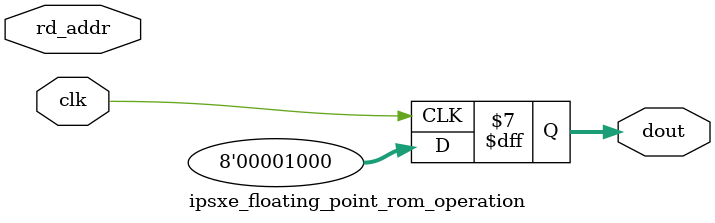
<source format=v>
module ipsxe_floating_point_rom_operation (
    input clk,
    input [3:0] rd_addr,
    output reg [7:0] dout
);

always @(posedge clk) begin: blk_rom_operation
    case(rd_addr)
    4'd0: dout <= {2'b0, 3'b001, 2'b0, 1'b0};
    4'd1: dout <= {2'b0, 3'b001, 2'b0, 1'b0};
    4'd2: dout <= {2'b0, 3'b001, 2'b0, 1'b0};
    4'd3: dout <= {2'b0, 3'b001, 2'b0, 1'b0};
    default: dout <= {2'b0, 3'b001, 2'b0, 1'b0};
    endcase
end

endmodule
</source>
